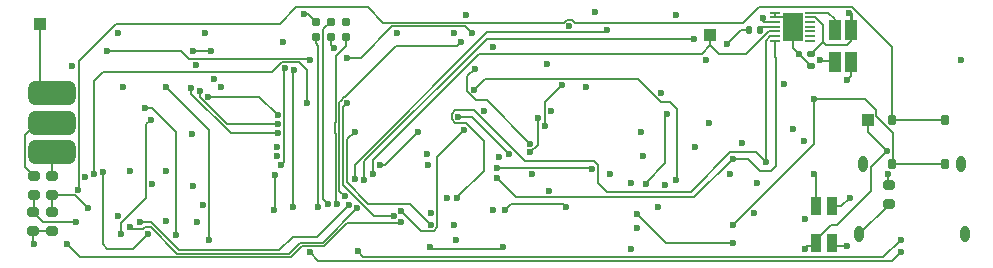
<source format=gtl>
%TF.GenerationSoftware,KiCad,Pcbnew,7.0.7*%
%TF.CreationDate,2023-09-30T12:20:31-04:00*%
%TF.ProjectId,bt-md-remote,62742d6d-642d-4726-956d-6f74652e6b69,rev?*%
%TF.SameCoordinates,Original*%
%TF.FileFunction,Copper,L1,Top*%
%TF.FilePolarity,Positive*%
%FSLAX46Y46*%
G04 Gerber Fmt 4.6, Leading zero omitted, Abs format (unit mm)*
G04 Created by KiCad (PCBNEW 7.0.7) date 2023-09-30 12:20:31*
%MOMM*%
%LPD*%
G01*
G04 APERTURE LIST*
G04 Aperture macros list*
%AMRoundRect*
0 Rectangle with rounded corners*
0 $1 Rounding radius*
0 $2 $3 $4 $5 $6 $7 $8 $9 X,Y pos of 4 corners*
0 Add a 4 corners polygon primitive as box body*
4,1,4,$2,$3,$4,$5,$6,$7,$8,$9,$2,$3,0*
0 Add four circle primitives for the rounded corners*
1,1,$1+$1,$2,$3*
1,1,$1+$1,$4,$5*
1,1,$1+$1,$6,$7*
1,1,$1+$1,$8,$9*
0 Add four rect primitives between the rounded corners*
20,1,$1+$1,$2,$3,$4,$5,0*
20,1,$1+$1,$4,$5,$6,$7,0*
20,1,$1+$1,$6,$7,$8,$9,0*
20,1,$1+$1,$8,$9,$2,$3,0*%
G04 Aperture macros list end*
%TA.AperFunction,SMDPad,CuDef*%
%ADD10RoundRect,0.050000X0.337500X0.050000X-0.337500X0.050000X-0.337500X-0.050000X0.337500X-0.050000X0*%
%TD*%
%TA.AperFunction,SMDPad,CuDef*%
%ADD11R,1.780000X2.350000*%
%TD*%
%TA.AperFunction,SMDPad,CuDef*%
%ADD12RoundRect,0.200000X-0.275000X0.200000X-0.275000X-0.200000X0.275000X-0.200000X0.275000X0.200000X0*%
%TD*%
%TA.AperFunction,SMDPad,CuDef*%
%ADD13R,1.000000X1.000000*%
%TD*%
%TA.AperFunction,SMDPad,CuDef*%
%ADD14R,0.900000X1.500000*%
%TD*%
%TA.AperFunction,SMDPad,CuDef*%
%ADD15RoundRect,0.175000X0.175000X-0.275000X0.175000X0.275000X-0.175000X0.275000X-0.175000X-0.275000X0*%
%TD*%
%TA.AperFunction,SMDPad,CuDef*%
%ADD16RoundRect,0.200000X0.275000X-0.200000X0.275000X0.200000X-0.275000X0.200000X-0.275000X-0.200000X0*%
%TD*%
%TA.AperFunction,SMDPad,CuDef*%
%ADD17RoundRect,0.140000X-0.170000X0.140000X-0.170000X-0.140000X0.170000X-0.140000X0.170000X0.140000X0*%
%TD*%
%TA.AperFunction,SMDPad,CuDef*%
%ADD18RoundRect,0.140000X-0.140000X-0.170000X0.140000X-0.170000X0.140000X0.170000X-0.140000X0.170000X0*%
%TD*%
%TA.AperFunction,SMDPad,CuDef*%
%ADD19R,1.100000X1.750000*%
%TD*%
%TA.AperFunction,SMDPad,CuDef*%
%ADD20RoundRect,0.500000X-1.500000X0.500000X-1.500000X-0.500000X1.500000X-0.500000X1.500000X0.500000X0*%
%TD*%
%TA.AperFunction,ConnectorPad*%
%ADD21C,0.787400*%
%TD*%
%TA.AperFunction,ComponentPad*%
%ADD22R,1.000000X1.000000*%
%TD*%
%TA.AperFunction,ComponentPad*%
%ADD23O,0.800000X1.400000*%
%TD*%
%TA.AperFunction,ViaPad*%
%ADD24C,0.600000*%
%TD*%
%TA.AperFunction,Conductor*%
%ADD25C,0.152400*%
%TD*%
%TA.AperFunction,Conductor*%
%ADD26C,0.127000*%
%TD*%
%TA.AperFunction,Conductor*%
%ADD27C,0.254000*%
%TD*%
G04 APERTURE END LIST*
D10*
%TO.P,U15,1,TH*%
%TO.N,unconnected-(U15-TH-Pad1)*%
X174969500Y-112198000D03*
%TO.P,U15,2,NC*%
%TO.N,unconnected-(U15-NC-Pad2)*%
X174969500Y-111798000D03*
%TO.P,U15,3,NC*%
%TO.N,unconnected-(U15-NC-Pad3)*%
X174969500Y-111398000D03*
%TO.P,U15,4,NC*%
%TO.N,unconnected-(U15-NC-Pad4)*%
X174969500Y-110998000D03*
%TO.P,U15,5,NC*%
%TO.N,unconnected-(U15-NC-Pad5)*%
X174969500Y-110598000D03*
%TO.P,U15,6,BATT*%
%TO.N,RAW_BATT+*%
X174969500Y-110198000D03*
%TO.P,U15,7,CSN*%
%TO.N,/Power + Charging/FG_KELVIN_NEG*%
X174969500Y-109798000D03*
%TO.P,U15,8,GND*%
%TO.N,GND*%
X171994500Y-109798000D03*
%TO.P,U15,9,CSPL*%
X171994500Y-110198000D03*
%TO.P,U15,10,CSPH*%
%TO.N,/Power + Charging/FG_KEVIN_POS*%
X171994500Y-110598000D03*
%TO.P,U15,11,REG*%
%TO.N,Net-(U15-REG)*%
X171994500Y-110998000D03*
%TO.P,U15,12,ALRT*%
%TO.N,~{BATT_ALERT}*%
X171994500Y-111398000D03*
%TO.P,U15,13,SDA*%
%TO.N,I2C_SDA*%
X171994500Y-111798000D03*
%TO.P,U15,14,SCL*%
%TO.N,I2C_SCL*%
X171994500Y-112198000D03*
D11*
%TO.P,U15,15,EP*%
%TO.N,GND*%
X173482000Y-110998000D03*
%TD*%
D12*
%TO.P,R18,1*%
%TO.N,AUDIO_IN_R*%
X109209316Y-126669971D03*
%TO.P,R18,2*%
%TO.N,GND*%
X109209316Y-128319971D03*
%TD*%
D13*
%TO.P,TP3,1,1*%
%TO.N,VBUS*%
X179832000Y-118872000D03*
%TD*%
D14*
%TO.P,LED1,1,A1*%
%TO.N,Net-(LED1-A1)*%
X176852987Y-129312000D03*
%TO.P,LED1,2,A2*%
%TO.N,VBUS*%
X175452987Y-129312000D03*
%TO.P,LED1,3,K1*%
%TO.N,GND*%
X176852987Y-126212000D03*
%TO.P,LED1,4,K2*%
%TO.N,Net-(LED1-A1)*%
X175452987Y-126212000D03*
%TD*%
D15*
%TO.P,SW1,1,1*%
%TO.N,/UI/PLAYPAUSE_HOLD*%
X181900000Y-118900000D03*
%TO.P,SW1,2,2*%
X186350000Y-118900000D03*
%TO.P,SW1,3,K*%
%TO.N,BTN_PLAYPAUSE_HV*%
X181900000Y-122600000D03*
%TO.P,SW1,4,A*%
X186350000Y-122600000D03*
%TD*%
D16*
%TO.P,R16,1*%
%TO.N,AUDIO_IN_R*%
X109220000Y-125285000D03*
%TO.P,R16,2*%
%TO.N,/IO/AUD_IN_R_LINE*%
X109220000Y-123635000D03*
%TD*%
D12*
%TO.P,R2,1*%
%TO.N,Net-(CN1-CC2)*%
X181610000Y-124397000D03*
%TO.P,R2,2*%
%TO.N,GND*%
X181610000Y-126047000D03*
%TD*%
D17*
%TO.P,C31,1*%
%TO.N,RAW_BATT+*%
X175006000Y-113340000D03*
%TO.P,C31,2*%
%TO.N,GND*%
X175006000Y-114300000D03*
%TD*%
D12*
%TO.P,R15,1*%
%TO.N,/IO/AUD_IN_L_LINE*%
X110750638Y-123627805D03*
%TO.P,R15,2*%
%TO.N,AUDIO_IN_L*%
X110750638Y-125277805D03*
%TD*%
D18*
%TO.P,C30,1*%
%TO.N,GND*%
X169770414Y-111247295D03*
%TO.P,C30,2*%
%TO.N,Net-(U15-REG)*%
X170730414Y-111247295D03*
%TD*%
D12*
%TO.P,R17,1*%
%TO.N,AUDIO_IN_L*%
X110744000Y-126683000D03*
%TO.P,R17,2*%
%TO.N,GND*%
X110744000Y-128333000D03*
%TD*%
D19*
%TO.P,R19,1,1*%
%TO.N,+BATT*%
X178438000Y-114002000D03*
%TO.P,R19,2,2*%
%TO.N,/Power + Charging/FG_KEVIN_POS*%
X177038000Y-114002000D03*
%TO.P,R19,3,3*%
%TO.N,/Power + Charging/FG_KELVIN_NEG*%
X177038000Y-111252000D03*
%TO.P,R19,4,4*%
%TO.N,RAW_BATT+*%
X178438000Y-111252000D03*
%TD*%
D13*
%TO.P,TP29,1,1*%
%TO.N,~{BATT_ALERT}*%
X166522400Y-111734600D03*
%TD*%
D20*
%TO.P,CN6,1,Pin_1*%
%TO.N,/IO/AUD_IN_L_LINE*%
X110744000Y-121626000D03*
%TO.P,CN6,2,Pin_2*%
%TO.N,/IO/AUD_IN_R_LINE*%
X110744000Y-119126000D03*
%TO.P,CN6,3,Pin_3*%
%TO.N,GND*%
X110744000Y-116626000D03*
%TD*%
D21*
%TO.P,CN5,1,~{MCLR}/VPP*%
%TO.N,~{MCLR}{slash}Vpp*%
X133096000Y-111832077D03*
%TO.P,CN5,2,VDD*%
%TO.N,+1V8*%
X133096000Y-110562077D03*
%TO.P,CN5,3,VSS*%
%TO.N,GND*%
X134366000Y-111832077D03*
%TO.P,CN5,4,PGD/ICSPDAT*%
%TO.N,ICSPDAT*%
X134366000Y-110562077D03*
%TO.P,CN5,5,PGC/ICSPCLK*%
%TO.N,ICSPCLK*%
X135636000Y-111832077D03*
%TO.P,CN5,6,PGM/LVP*%
%TO.N,unconnected-(CN5-PGM{slash}LVP-Pad6)*%
X135636000Y-110562077D03*
%TD*%
D22*
%TO.P,TP2,1,1*%
%TO.N,GND*%
X109728000Y-110744000D03*
%TD*%
D23*
%TO.P,CN1,S1,SHIELD*%
%TO.N,GND*%
X188088000Y-128570000D03*
X187728000Y-122620000D03*
X179468000Y-122620000D03*
X179108000Y-128570000D03*
%TD*%
D24*
%TO.N,GND*%
X144780000Y-111506000D03*
X187706000Y-113792000D03*
X123698000Y-111506000D03*
X159766000Y-129794000D03*
X116367280Y-127026473D03*
X154592578Y-110919024D03*
X148590000Y-122047000D03*
X148082000Y-126492000D03*
X153055600Y-118110000D03*
X144960340Y-129049500D03*
X169199356Y-120868644D03*
X139954000Y-111506000D03*
X152654000Y-114173000D03*
X162306000Y-116586000D03*
X155956000Y-116078000D03*
X130302000Y-112268000D03*
X152902394Y-124918000D03*
X116332000Y-111506000D03*
X142875000Y-126776530D03*
X173990000Y-113284000D03*
X142494000Y-121793000D03*
X129794000Y-121158000D03*
X160654998Y-119888000D03*
X125095000Y-116078000D03*
X134620000Y-112776000D03*
X147320000Y-118110000D03*
X122979347Y-114248753D03*
X148082000Y-112726000D03*
X165212534Y-121158000D03*
X145796000Y-109982000D03*
X123063000Y-127508000D03*
X160274000Y-128016000D03*
X173482000Y-119634000D03*
X156718000Y-109728000D03*
X162687000Y-124439400D03*
X157988000Y-123444000D03*
X117348000Y-123190000D03*
X163576000Y-109982000D03*
X174498000Y-127254000D03*
X109220000Y-129413000D03*
X120396000Y-123190000D03*
X167894000Y-112496600D03*
X166370000Y-119126000D03*
X170180000Y-126746000D03*
X122682000Y-124460000D03*
X170434000Y-124206000D03*
X178308000Y-125476000D03*
X112501400Y-114300000D03*
X160782000Y-121920000D03*
%TO.N,+BATT*%
X115443000Y-113030000D03*
X168402000Y-129286000D03*
X162814000Y-118364000D03*
X146304000Y-111506000D03*
X161036000Y-124333000D03*
X160303534Y-126857679D03*
X135763000Y-113664996D03*
X178054000Y-115549400D03*
X132605961Y-113809960D03*
%TO.N,+1V8*%
X132080000Y-109888177D03*
X120443297Y-127460703D03*
X144260500Y-125464500D03*
X151384000Y-123464100D03*
X168148000Y-123444000D03*
X113558600Y-123698000D03*
X124460000Y-115450910D03*
X116807375Y-116078000D03*
X142621000Y-122682000D03*
X123550378Y-126120512D03*
X122625725Y-120085720D03*
X159766000Y-124206000D03*
X166116000Y-113812600D03*
X174477400Y-120650000D03*
X162052000Y-126238000D03*
X144780000Y-127762000D03*
X172720000Y-115824000D03*
X119273600Y-124333000D03*
X129794000Y-121920000D03*
%TO.N,+16V5*%
X153924000Y-115971600D03*
X152527000Y-119380000D03*
%TO.N,VBUS*%
X174498000Y-129794000D03*
X181474456Y-121538454D03*
%TO.N,VREMOTE*%
X140345180Y-127514108D03*
X148971000Y-129667000D03*
X112014000Y-129413000D03*
X142748000Y-129667006D03*
%TO.N,AUDIO_IN_L*%
X113792000Y-126365000D03*
%TO.N,AUDIO_IN_R*%
X112776000Y-127508000D03*
%TO.N,RAW_BATT+*%
X178301324Y-109830940D03*
%TO.N,Net-(CN1-CC2)*%
X181600809Y-123489476D03*
%TO.N,FROM_MD*%
X149098000Y-126492000D03*
X154305000Y-126238000D03*
%TO.N,OLED_FR*%
X140345180Y-126612892D03*
X145669000Y-119761000D03*
%TO.N,OLED_~{CS}*%
X141732000Y-119888000D03*
X138557000Y-122682000D03*
%TO.N,OLED_DC*%
X151250511Y-120889329D03*
X146558000Y-114554000D03*
%TO.N,OLED_SCLK*%
X151239197Y-121648197D03*
X151887182Y-118746204D03*
%TO.N,OLED_DATA*%
X145161000Y-118618000D03*
X149484832Y-121798833D03*
%TO.N,~{MCLR}{slash}Vpp*%
X133297800Y-126255122D03*
%TO.N,ICSPDAT*%
X134112000Y-125984000D03*
%TO.N,ICSPCLK*%
X134912000Y-125984000D03*
%TO.N,Net-(LED1-A1)*%
X175260020Y-123444000D03*
X178054000Y-129540000D03*
%TO.N,I2C_SCL*%
X168402000Y-122174000D03*
X118237000Y-127508000D03*
X135890000Y-126111000D03*
X148463000Y-123825000D03*
%TO.N,I2C_SDA*%
X171196000Y-122428000D03*
X145066351Y-125479113D03*
X117348000Y-127995362D03*
X136643019Y-126373981D03*
%TO.N,BTN_PLAYPAUSE_HV*%
X168402000Y-127762000D03*
X175260000Y-117094000D03*
%TO.N,BTN_DISPLAY_ON*%
X135618039Y-125366961D03*
X145415000Y-112268000D03*
%TO.N,BTN_DISPLAY*%
X130517834Y-114530279D03*
X130175000Y-122682000D03*
%TO.N,BTN_MODE*%
X131252479Y-114692780D03*
X131191000Y-126245920D03*
%TO.N,BTN_TRK_BCK*%
X136398000Y-123931004D03*
X157734000Y-111252000D03*
%TO.N,BTN_TRK_FWD*%
X165100000Y-112014000D03*
X137184641Y-123987864D03*
%TO.N,HOLD_ALL*%
X129667000Y-123571000D03*
X129583585Y-126495840D03*
%TO.N,BTN_VOL_DOWN*%
X182626000Y-129032000D03*
X136656675Y-130001442D03*
%TO.N,BTN_VOL_PRESS*%
X182626000Y-130048000D03*
X132588000Y-130106700D03*
%TO.N,REMOTE_TAKEOVER*%
X163576000Y-123952000D03*
X146519900Y-116332000D03*
%TO.N,REMOTE_SEND*%
X148456892Y-122946180D03*
X156464000Y-123063000D03*
%TO.N,MD_LCD*%
X136398000Y-119888000D03*
X142875000Y-127762000D03*
%TO.N,MD_LCD_DIR*%
X135763000Y-117474999D03*
X139700008Y-127000000D03*
%TO.N,/HCI_RTS*%
X122682000Y-113030000D03*
X124206000Y-113030000D03*
%TO.N,/HCI_CTS*%
X129900400Y-119254195D03*
X123298125Y-116449794D03*
%TO.N,/HCI_TO_BT*%
X129900400Y-118492204D03*
X123991183Y-116927817D03*
%TO.N,/HCI_FROM_BT*%
X129900400Y-120016204D03*
X122555000Y-116205000D03*
%TO.N,/I2S_WCLK*%
X118872000Y-128524000D03*
X115062000Y-123317000D03*
%TO.N,/I2S_BCLK*%
X124079000Y-129032000D03*
X120396000Y-116078000D03*
%TO.N,/I2S_TO_CODEC*%
X118618000Y-117856000D03*
X121285000Y-128651000D03*
%TO.N,/I2C_FROM_CODEC*%
X119126000Y-118872000D03*
X116586000Y-128524000D03*
%TO.N,~{BATT_ALERT}*%
X137922000Y-123444000D03*
%TO.N,/BT_SLOW_CLK*%
X132334000Y-117454400D03*
X114300000Y-123444000D03*
%TO.N,/Power + Charging/FG_KEVIN_POS*%
X170962600Y-110256600D03*
X175768000Y-113792000D03*
%TO.N,/UI/PLAYPAUSE_HOLD*%
X113009400Y-124819296D03*
%TD*%
D25*
%TO.N,GND*%
X169143305Y-111247295D02*
X167894000Y-112496600D01*
D26*
X109209316Y-128319971D02*
X109209316Y-129402316D01*
X173482000Y-110998000D02*
X172682000Y-110198000D01*
X181610000Y-126047000D02*
X181610000Y-126068000D01*
D25*
X173482000Y-112776000D02*
X173990000Y-113284000D01*
X173482000Y-110998000D02*
X173482000Y-112776000D01*
X177572000Y-126212000D02*
X178308000Y-125476000D01*
D26*
X110744000Y-128333000D02*
X109222345Y-128333000D01*
D25*
X109728000Y-115610000D02*
X109728000Y-110744000D01*
X181610000Y-126068000D02*
X179108000Y-128570000D01*
D26*
X110744000Y-116626000D02*
X109728000Y-115610000D01*
D25*
X176852987Y-126212000D02*
X177572000Y-126212000D01*
X175006000Y-114300000D02*
X173990000Y-113284000D01*
D26*
X109209316Y-129402316D02*
X109220000Y-129413000D01*
D25*
X169770414Y-111247295D02*
X169143305Y-111247295D01*
D26*
X171994500Y-110198000D02*
X171994500Y-109798000D01*
D25*
X134366000Y-111832077D02*
X134366000Y-112522000D01*
X134366000Y-112522000D02*
X134620000Y-112776000D01*
D26*
X172682000Y-110198000D02*
X171994500Y-110198000D01*
X109222345Y-128333000D02*
X109209316Y-128319971D01*
D25*
%TO.N,+BATT*%
X162685381Y-122556619D02*
X161036000Y-124206000D01*
X139593600Y-110977400D02*
X136906004Y-113664996D01*
X162685381Y-118492619D02*
X162685381Y-122556619D01*
X132605961Y-113809960D02*
X132507404Y-113711403D01*
X130877564Y-113711403D02*
X130863040Y-113696879D01*
X130158104Y-113711403D02*
X122380703Y-113711403D01*
X130863040Y-113696879D02*
X130172628Y-113696879D01*
X146304000Y-111506000D02*
X145775400Y-110977400D01*
X121699300Y-113030000D02*
X115443000Y-113030000D01*
D26*
X132554701Y-113758700D02*
X132605961Y-113809960D01*
D25*
X145775400Y-110977400D02*
X139593600Y-110977400D01*
X178438000Y-114002000D02*
X178438000Y-115165400D01*
X122380703Y-113711403D02*
X121699300Y-113030000D01*
X162814000Y-118364000D02*
X162685381Y-118492619D01*
X160303534Y-126857679D02*
X162731855Y-129286000D01*
X132507404Y-113711403D02*
X130877564Y-113711403D01*
X136906004Y-113664996D02*
X135763000Y-113664996D01*
X162731855Y-129286000D02*
X168402000Y-129286000D01*
X130172628Y-113696879D02*
X130158104Y-113711403D01*
X178438000Y-115165400D02*
X178054000Y-115549400D01*
%TO.N,+1V8*%
X132422100Y-109888177D02*
X132080000Y-109888177D01*
X133096000Y-110562077D02*
X132422100Y-109888177D01*
%TO.N,+16V5*%
X152527000Y-117368600D02*
X153924000Y-115971600D01*
X152527000Y-119380000D02*
X152527000Y-117368600D01*
%TO.N,VBUS*%
X177240187Y-127762000D02*
X176745787Y-127762000D01*
X179832000Y-118872000D02*
X179832000Y-119895998D01*
X180096600Y-124905587D02*
X177240187Y-127762000D01*
X181474456Y-121538454D02*
X180096600Y-122916310D01*
X175452987Y-129592000D02*
X174700000Y-129592000D01*
X174700000Y-129592000D02*
X174498000Y-129794000D01*
X175452987Y-129292000D02*
X175452987Y-129592000D01*
X175452987Y-129054800D02*
X175452987Y-129312000D01*
X180096600Y-122916310D02*
X180096600Y-124905587D01*
X176745787Y-127762000D02*
X175452987Y-129054800D01*
X179832000Y-119895998D02*
X181474456Y-121538454D01*
%TO.N,VREMOTE*%
X112014000Y-129413000D02*
X113118900Y-130517900D01*
X148971000Y-129667000D02*
X148844000Y-129794000D01*
X133851992Y-129578100D02*
X135774492Y-127655600D01*
X140203688Y-127655600D02*
X140345180Y-127514108D01*
X148844000Y-129794000D02*
X142874994Y-129794000D01*
X135774492Y-127655600D02*
X140203688Y-127655600D01*
X131946992Y-129578100D02*
X133851992Y-129578100D01*
X113118900Y-130517900D02*
X131007192Y-130517900D01*
X142874994Y-129794000D02*
X142748000Y-129667006D01*
X131007192Y-130517900D02*
X131946992Y-129578100D01*
%TO.N,AUDIO_IN_L*%
X112704805Y-125277805D02*
X113792000Y-126365000D01*
X110750638Y-125277805D02*
X110750638Y-126676362D01*
X110750638Y-126676362D02*
X110744000Y-126683000D01*
X110750638Y-125277805D02*
X112704805Y-125277805D01*
%TO.N,AUDIO_IN_R*%
X109220000Y-125285000D02*
X109220000Y-126659287D01*
X109220000Y-126659287D02*
X109209316Y-126669971D01*
X112776000Y-127508000D02*
X110047345Y-127508000D01*
X110047345Y-127508000D02*
X109209316Y-126669971D01*
%TO.N,Net-(U15-REG)*%
X171994500Y-110998000D02*
X171973900Y-111018600D01*
X170921400Y-111018600D02*
X170688000Y-111252000D01*
X171973900Y-111018600D02*
X170921400Y-111018600D01*
%TO.N,RAW_BATT+*%
X174969500Y-110198000D02*
X175351000Y-110198000D01*
X178090400Y-112522000D02*
X178438000Y-112174400D01*
D27*
X178438000Y-111147000D02*
X178438000Y-109858000D01*
D25*
X178438000Y-112174400D02*
X178438000Y-111147000D01*
X175006000Y-113284000D02*
X176022000Y-112268000D01*
X178438000Y-109858000D02*
X178308000Y-109728000D01*
X175006000Y-113340000D02*
X175006000Y-113284000D01*
X176022000Y-112268000D02*
X176276000Y-112522000D01*
X175351000Y-110198000D02*
X176022000Y-110869000D01*
X176276000Y-112522000D02*
X178090400Y-112522000D01*
X176022000Y-110869000D02*
X176022000Y-112268000D01*
%TO.N,Net-(CN1-CC2)*%
X181600809Y-123489476D02*
X181600809Y-124387809D01*
X181600809Y-124387809D02*
X181610000Y-124397000D01*
%TO.N,FROM_MD*%
X154051000Y-125984000D02*
X154305000Y-126238000D01*
X149606000Y-125984000D02*
X154051000Y-125984000D01*
X149098000Y-126492000D02*
X149606000Y-125984000D01*
%TO.N,OLED_FR*%
X142022888Y-128290600D02*
X140345180Y-126612892D01*
X143093954Y-128290600D02*
X142022888Y-128290600D01*
X143403600Y-122026400D02*
X143403600Y-127980954D01*
X145669000Y-119761000D02*
X143403600Y-122026400D01*
X143403600Y-127980954D02*
X143093954Y-128290600D01*
%TO.N,OLED_~{CS}*%
X141732000Y-119888000D02*
X138938000Y-122682000D01*
X138938000Y-122682000D02*
X138557000Y-122682000D01*
%TO.N,OLED_DC*%
X146558000Y-114554000D02*
X145923000Y-115189000D01*
X147582182Y-117221000D02*
X151250511Y-120889329D01*
X145923000Y-116482654D02*
X146661346Y-117221000D01*
X145923000Y-115189000D02*
X145923000Y-116482654D01*
X146661346Y-117221000D02*
X147582182Y-117221000D01*
%TO.N,OLED_SCLK*%
X151887182Y-121000212D02*
X151887182Y-118746204D01*
X151239197Y-121648197D02*
X151887182Y-121000212D01*
%TO.N,OLED_DATA*%
X145161000Y-118618000D02*
X146304000Y-118618000D01*
X146304000Y-118618000D02*
X149484832Y-121798833D01*
%TO.N,~{MCLR}{slash}Vpp*%
X133096000Y-111832077D02*
X133096000Y-112388852D01*
X133297800Y-112590652D02*
X133297800Y-126255122D01*
X133096000Y-112388852D02*
X133297800Y-112590652D01*
%TO.N,ICSPDAT*%
X134366000Y-110562077D02*
X133743700Y-111184377D01*
X133743700Y-125615700D02*
X134112000Y-125984000D01*
X133743700Y-111184377D02*
X133743700Y-125615700D01*
%TO.N,ICSPCLK*%
X134750683Y-119110150D02*
X134750685Y-120021499D01*
X135636000Y-111832077D02*
X135636000Y-112619475D01*
X134789900Y-119070932D02*
X134750683Y-119110150D01*
X134750685Y-120021499D02*
X134789900Y-120060714D01*
X134797783Y-117578114D02*
X134789900Y-117585997D01*
X134797783Y-124643294D02*
X134797783Y-125869783D01*
X134797783Y-113457692D02*
X134797783Y-117578114D01*
X134797783Y-125869783D02*
X134912000Y-125984000D01*
X134789900Y-120060714D02*
X134789900Y-124635411D01*
X134789900Y-124635411D02*
X134797783Y-124643294D01*
X135636000Y-112619475D02*
X134797783Y-113457692D01*
X134789900Y-117585997D02*
X134789900Y-119070932D01*
%TO.N,Net-(LED1-A1)*%
X175452987Y-123636967D02*
X175260020Y-123444000D01*
X178002000Y-129592000D02*
X178054000Y-129540000D01*
X175452987Y-126492000D02*
X175452987Y-123636967D01*
X176852987Y-129592000D02*
X178002000Y-129592000D01*
%TO.N,I2C_SCL*%
X172085000Y-113628500D02*
X171994500Y-113538000D01*
X150084600Y-125446600D02*
X148463000Y-123825000D01*
X171686477Y-123190000D02*
X172085000Y-122791477D01*
X131158908Y-128778000D02*
X130028608Y-129908300D01*
X135890000Y-126111000D02*
X133223000Y-128778000D01*
X165129400Y-125446600D02*
X150084600Y-125446600D01*
X171994500Y-113538000D02*
X171994500Y-112198000D01*
X133223000Y-128778000D02*
X131158908Y-128778000D01*
X119126000Y-127508000D02*
X118237000Y-127508000D01*
X170688000Y-123190000D02*
X171686477Y-123190000D01*
X121526300Y-129908300D02*
X119126000Y-127508000D01*
X172085000Y-122791477D02*
X172085000Y-113628500D01*
X168402000Y-122174000D02*
X169672000Y-122174000D01*
X168402000Y-122174000D02*
X165129400Y-125446600D01*
X169672000Y-122174000D02*
X170688000Y-123190000D01*
X130028608Y-129908300D02*
X121526300Y-129908300D01*
%TO.N,I2C_SDA*%
X145066351Y-125451942D02*
X147315593Y-123202700D01*
X131820740Y-129273300D02*
X133725740Y-129273300D01*
X156682954Y-122407400D02*
X156992600Y-122717046D01*
X170413400Y-121645400D02*
X171196000Y-122428000D01*
X150840954Y-122407400D02*
X156682954Y-122407400D01*
X118505446Y-128143000D02*
X118653046Y-127995400D01*
X117495638Y-128143000D02*
X118505446Y-128143000D01*
X171994500Y-111798000D02*
X171613000Y-111798000D01*
X144632400Y-118399046D02*
X144942046Y-118089400D01*
X136625059Y-126373981D02*
X136643019Y-126373981D01*
X147315593Y-123202700D02*
X147315593Y-120634639D01*
X118653046Y-127995400D02*
X119182348Y-127995400D01*
X144632400Y-118836954D02*
X144632400Y-118399046D01*
X133725740Y-129273300D02*
X136625059Y-126373981D01*
X119182348Y-127995400D02*
X121400048Y-130213100D01*
X156992600Y-124226600D02*
X157734000Y-124968000D01*
X144942046Y-118089400D02*
X146522954Y-118089400D01*
X121400048Y-130213100D02*
X130880940Y-130213100D01*
X145066351Y-125479113D02*
X145066351Y-125451942D01*
X171196000Y-112215000D02*
X171196000Y-122428000D01*
X147315593Y-120634639D02*
X145827554Y-119146600D01*
X171613000Y-111798000D02*
X171196000Y-112215000D01*
X117348000Y-127995362D02*
X117495638Y-128143000D01*
X144942046Y-119146600D02*
X144632400Y-118836954D01*
X168183046Y-121645400D02*
X170413400Y-121645400D01*
X157734000Y-124968000D02*
X164860446Y-124968000D01*
X146522954Y-118089400D02*
X150840954Y-122407400D01*
X130880940Y-130213100D02*
X131820740Y-129273300D01*
X164860446Y-124968000D02*
X168183046Y-121645400D01*
X145827554Y-119146600D02*
X144942046Y-119146600D01*
X156992600Y-122717046D02*
X156992600Y-124226600D01*
%TO.N,BTN_PLAYPAUSE_HV*%
X175260000Y-120904000D02*
X175260000Y-117094000D01*
X180560600Y-118584600D02*
X180560600Y-118076600D01*
X168402000Y-127762000D02*
X175260000Y-120904000D01*
X182003056Y-122496944D02*
X182003056Y-120027056D01*
X181900000Y-122600000D02*
X182003056Y-122496944D01*
X179578000Y-117094000D02*
X175260000Y-117094000D01*
X182003056Y-120027056D02*
X180560600Y-118584600D01*
X180560600Y-118076600D02*
X179578000Y-117094000D01*
X186350000Y-122600000D02*
X181900000Y-122600000D01*
%TO.N,BTN_DISPLAY_ON*%
X135094700Y-124509159D02*
X135120100Y-124534559D01*
X139917398Y-112626930D02*
X145056070Y-112626930D01*
X135120100Y-124534559D02*
X135120100Y-124869022D01*
X145056070Y-112626930D02*
X145415000Y-112268000D01*
X135055485Y-119895247D02*
X135094700Y-119934461D01*
X135055485Y-119236398D02*
X135055485Y-119895247D01*
X135094700Y-119197182D02*
X135055485Y-119236398D01*
X135234400Y-117256045D02*
X135234400Y-117274008D01*
X135120100Y-117686849D02*
X135094700Y-117712249D01*
X135234400Y-117274008D02*
X135120100Y-117388308D01*
X139917398Y-112626930D02*
X135597929Y-116946399D01*
X135094700Y-119934461D02*
X135094700Y-124509159D01*
X135120100Y-124869022D02*
X135618039Y-125366961D01*
X135544046Y-116946399D02*
X135234400Y-117256045D01*
X135597929Y-116946399D02*
X135544046Y-116946399D01*
X135120100Y-117388308D02*
X135120100Y-117686849D01*
X135094700Y-117712249D02*
X135094700Y-119197182D01*
%TO.N,BTN_DISPLAY*%
X130175000Y-122682000D02*
X130429000Y-122428000D01*
X130429000Y-114619113D02*
X130517834Y-114530279D01*
X130429000Y-122428000D02*
X130429000Y-114619113D01*
%TO.N,BTN_MODE*%
X131191000Y-114754259D02*
X131252479Y-114692780D01*
X131191000Y-126245920D02*
X131191000Y-114754259D01*
%TO.N,BTN_TRK_BCK*%
X157518681Y-111467319D02*
X147612681Y-111467319D01*
D26*
X157734000Y-111252000D02*
X157518681Y-111467319D01*
D25*
X136398000Y-122682000D02*
X136398000Y-123931004D01*
X147612681Y-111467319D02*
X136398000Y-122682000D01*
%TO.N,BTN_TRK_FWD*%
X137184641Y-122403359D02*
X147574000Y-112014000D01*
X137184641Y-123987864D02*
X137184641Y-122403359D01*
X147574000Y-112014000D02*
X165100000Y-112014000D01*
%TO.N,HOLD_ALL*%
X129583585Y-126495840D02*
X129667000Y-126412425D01*
X129667000Y-126412425D02*
X129667000Y-123571000D01*
%TO.N,BTN_VOL_DOWN*%
X182626000Y-129032000D02*
X181169283Y-130488717D01*
X181169283Y-130488717D02*
X137143950Y-130488717D01*
X137143950Y-130488717D02*
X136656675Y-130001442D01*
%TO.N,BTN_VOL_PRESS*%
X182626000Y-130048000D02*
X181864000Y-130810000D01*
X133291300Y-130810000D02*
X132588000Y-130106700D01*
X181864000Y-130810000D02*
X133291300Y-130810000D01*
%TO.N,REMOTE_TAKEOVER*%
X162306000Y-117348000D02*
X160401000Y-115443000D01*
X163667181Y-117947181D02*
X163068000Y-117348000D01*
X163629081Y-123898919D02*
X163667181Y-123860819D01*
X147408900Y-115443000D02*
X146519900Y-116332000D01*
X160401000Y-115443000D02*
X147408900Y-115443000D01*
X163667181Y-123860819D02*
X163667181Y-117947181D01*
X163068000Y-117348000D02*
X162306000Y-117348000D01*
D26*
X163629081Y-123898919D02*
X163576000Y-123952000D01*
D25*
%TO.N,REMOTE_SEND*%
X148467072Y-122936000D02*
X148456892Y-122946180D01*
X156337000Y-122936000D02*
X148467072Y-122936000D01*
X156464000Y-123063000D02*
X156337000Y-122936000D01*
%TO.N,MD_LCD*%
X142875000Y-127762000D02*
X141097000Y-125984000D01*
X141097000Y-125984000D02*
X137555333Y-125984000D01*
X137555333Y-125984000D02*
X135742400Y-124171067D01*
X135742400Y-120543600D02*
X136398000Y-119888000D01*
X135742400Y-124171067D02*
X135742400Y-120543600D01*
%TO.N,MD_LCD_DIR*%
X135763000Y-117474999D02*
X135399500Y-117838499D01*
X135399500Y-117838499D02*
X135399500Y-124382907D01*
X138016593Y-127000000D02*
X139700008Y-127000000D01*
X135399500Y-124382907D02*
X138016593Y-127000000D01*
D26*
%TO.N,/HCI_RTS*%
X124206000Y-113030000D02*
X122682000Y-113030000D01*
D25*
%TO.N,/HCI_CTS*%
X123298125Y-116449794D02*
X123298125Y-116982313D01*
X129899195Y-119252990D02*
X129900400Y-119254195D01*
X123298125Y-116982313D02*
X125568802Y-119252990D01*
X125568802Y-119252990D02*
X129899195Y-119252990D01*
%TO.N,/HCI_TO_BT*%
X123991183Y-116927817D02*
X128336013Y-116927817D01*
X128336013Y-116927817D02*
X129900400Y-118492204D01*
%TO.N,/HCI_FROM_BT*%
X125900964Y-120016204D02*
X129900400Y-120016204D01*
X122555000Y-116205000D02*
X122555000Y-116670240D01*
X122555000Y-116670240D02*
X125900964Y-120016204D01*
%TO.N,/I2S_WCLK*%
X117602000Y-129794000D02*
X118872000Y-128524000D01*
X115062000Y-123317000D02*
X115062000Y-129413000D01*
X115443000Y-129794000D02*
X117602000Y-129794000D01*
X115062000Y-129413000D02*
X115443000Y-129794000D01*
%TO.N,/I2S_BCLK*%
X120396000Y-116078000D02*
X124079000Y-119761000D01*
X124079000Y-119761000D02*
X124079000Y-129032000D01*
%TO.N,/I2S_TO_CODEC*%
X121285000Y-128651000D02*
X121285000Y-119888000D01*
X121285000Y-119888000D02*
X119253000Y-117856000D01*
X119253000Y-117856000D02*
X118618000Y-117856000D01*
%TO.N,/I2C_FROM_CODEC*%
X118745000Y-125486184D02*
X118745000Y-119253000D01*
X118745000Y-119253000D02*
X119126000Y-118872000D01*
X116586000Y-128524000D02*
X116586000Y-127645184D01*
X116586000Y-127645184D02*
X118745000Y-125486184D01*
%TO.N,~{BATT_ALERT}*%
X166522400Y-111734600D02*
X166522400Y-112572800D01*
X169565639Y-113284000D02*
X167233600Y-113284000D01*
X171994500Y-111398000D02*
X171451639Y-111398000D01*
X146926513Y-113284000D02*
X137922000Y-122288513D01*
X146926513Y-113284000D02*
X165811200Y-113284000D01*
X166522400Y-112572800D02*
X167233600Y-113284000D01*
X171451639Y-111398000D02*
X169565639Y-113284000D01*
X165811200Y-113284000D02*
X166522400Y-112572800D01*
X137922000Y-122288513D02*
X137922000Y-123444000D01*
%TO.N,/BT_SLOW_CLK*%
X132334000Y-114649250D02*
X132334000Y-117454400D01*
X130284356Y-114016203D02*
X130298880Y-114001679D01*
X115062000Y-114808000D02*
X129445407Y-114808000D01*
X129445407Y-114808000D02*
X130237204Y-114016203D01*
X114300000Y-123444000D02*
X114300000Y-115570000D01*
X130237204Y-114016203D02*
X130284356Y-114016203D01*
X130298880Y-114001679D02*
X130736788Y-114001679D01*
X114300000Y-115570000D02*
X115062000Y-114808000D01*
X130736788Y-114001679D02*
X130751312Y-114016203D01*
X131700953Y-114016203D02*
X132334000Y-114649250D01*
X130751312Y-114016203D02*
X131700953Y-114016203D01*
%TO.N,/Power + Charging/FG_KEVIN_POS*%
X171050000Y-110598000D02*
X170942000Y-110490000D01*
X177038000Y-113897000D02*
X175873000Y-113897000D01*
X175873000Y-113897000D02*
X175768000Y-113792000D01*
X171994500Y-110598000D02*
X171050000Y-110598000D01*
%TO.N,/Power + Charging/FG_KELVIN_NEG*%
X174969500Y-109798000D02*
X176451000Y-109798000D01*
X176451000Y-109798000D02*
X177038000Y-110385000D01*
%TO.N,/UI/PLAYPAUSE_HOLD*%
X154811532Y-110390424D02*
X154373624Y-110390424D01*
X130048000Y-110744000D02*
X116205000Y-110744000D01*
X170605660Y-109302340D02*
X169259200Y-110648800D01*
X131432423Y-109359577D02*
X130048000Y-110744000D01*
X155069908Y-110648800D02*
X154811532Y-110390424D01*
X154373624Y-110390424D02*
X154115248Y-110648800D01*
X116205000Y-110744000D02*
X113030000Y-113919000D01*
X178520278Y-109302340D02*
X170605660Y-109302340D01*
X113030000Y-113919000D02*
X113030000Y-124798696D01*
X113030000Y-124798696D02*
X113009400Y-124819296D01*
X137553577Y-109359577D02*
X131432423Y-109359577D01*
X169259200Y-110648800D02*
X155069908Y-110648800D01*
X181900000Y-118900000D02*
X186350000Y-118900000D01*
X181900000Y-118900000D02*
X181900000Y-112682062D01*
X154115248Y-110648800D02*
X138842800Y-110648800D01*
X181900000Y-112682062D02*
X178520278Y-109302340D01*
X138842800Y-110648800D02*
X137553577Y-109359577D01*
%TO.N,/IO/AUD_IN_L_LINE*%
X110744000Y-121626000D02*
X110744000Y-123621167D01*
X110744000Y-123621167D02*
X110750638Y-123627805D01*
%TO.N,/IO/AUD_IN_R_LINE*%
X108458000Y-122873000D02*
X109220000Y-123635000D01*
X109474000Y-119126000D02*
X108458000Y-120142000D01*
X110744000Y-119126000D02*
X109474000Y-119126000D01*
X108458000Y-120142000D02*
X108458000Y-122873000D01*
%TD*%
M02*

</source>
